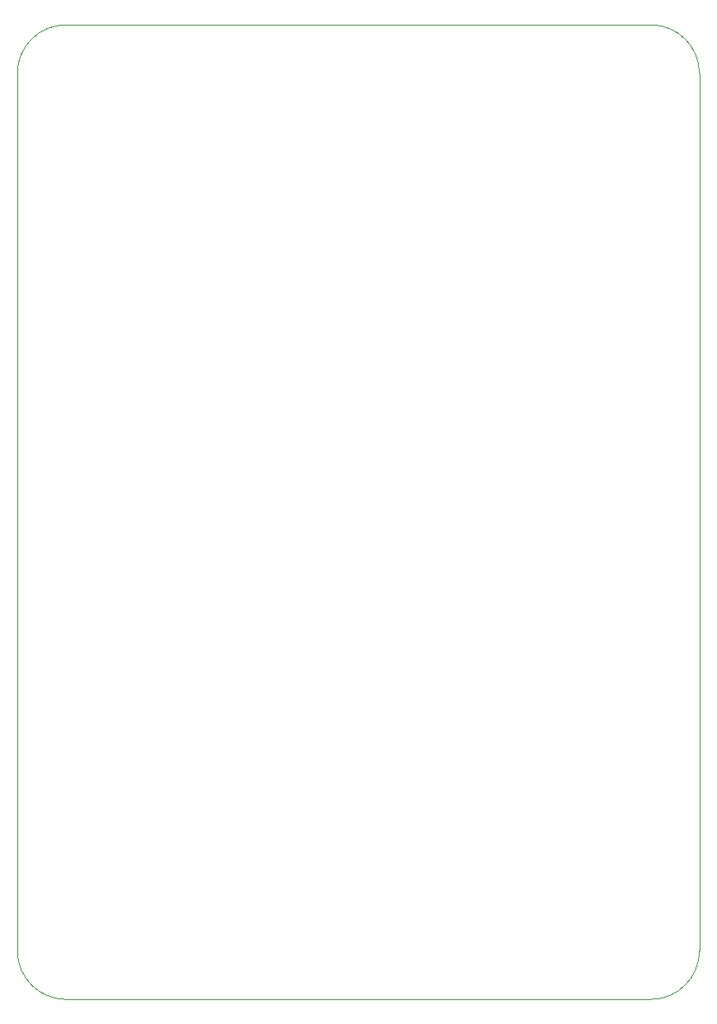
<source format=gbr>
%TF.GenerationSoftware,KiCad,Pcbnew,8.0.5*%
%TF.CreationDate,2024-09-29T21:47:55-04:00*%
%TF.ProjectId,BREAD_Slice,42524541-445f-4536-9c69-63652e6b6963,rev?*%
%TF.SameCoordinates,PX74eba40PY8552dc0*%
%TF.FileFunction,Profile,NP*%
%FSLAX46Y46*%
G04 Gerber Fmt 4.6, Leading zero omitted, Abs format (unit mm)*
G04 Created by KiCad (PCBNEW 8.0.5) date 2024-09-29 21:47:55*
%MOMM*%
%LPD*%
G01*
G04 APERTURE LIST*
%TA.AperFunction,Profile*%
%ADD10C,0.050000*%
%TD*%
G04 APERTURE END LIST*
D10*
X70000000Y95000000D02*
X70000000Y45000000D01*
X65000000Y100000000D02*
G75*
G02*
X70000000Y95000000I0J-5000000D01*
G01*
X70000000Y5000000D02*
G75*
G02*
X65000000Y0I-5000000J0D01*
G01*
X30000000Y100000000D02*
X65000000Y100000000D01*
X0Y95000000D02*
G75*
G02*
X5000000Y100000000I5000000J0D01*
G01*
X70000000Y45000000D02*
X70000000Y5000000D01*
X0Y5000000D02*
X0Y95000000D01*
X5000000Y100000000D02*
X30000000Y100000000D01*
X5000000Y0D02*
G75*
G02*
X0Y5000000I0J5000000D01*
G01*
X37588000Y0D02*
X65000000Y0D01*
X5000000Y0D02*
X37588000Y0D01*
M02*

</source>
